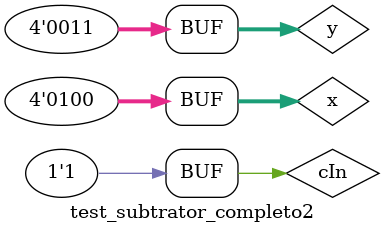
<source format=v>


  module meio_subtrator (output saida, output carryOut, input entrada1, input entrada2); 
      
		wire saida_not;
		
		not NOT1 (saida_not, entrada1);    
		
		xor XOR1 (saida, entrada1, entrada2);
      and AND1 (carryOut, saida_not, entrada2);
       
	 endmodule // meio_subtrator
	 
  module subtrator_completo (output saida, output carryOut, input entrada1, input entrada2, input carryIn); 

		wire [2:0]s; 

      meio_subtrator MS1 (s[0], s[1], entrada1, entrada2);
		meio_subtrator MS2 (saida, s[2], s[0], carryIn);
		
		or OR1 (carryOut, s[1], s[2]);	 
	     
	 endmodule // subtrator_completo 

  module subtrator_completo2 (output [3:0]saida, output carryOut, input [3:0]entrada1, input [3:0]entrada2, input carryIn); 

      wire [2:0]s;
		
		subtrator_completo SC1 (saida[0], s[0], entrada1[0], entrada2[0], carryIn);
		subtrator_completo SC2 (saida[1], s[1], entrada1[1], entrada2[1], s[0]);
		subtrator_completo SC3 (saida[2], s[2], entrada1[2], entrada2[2], s[1]);
		subtrator_completo SC4 (saida[3], carryOut, entrada1[3], entrada2[3], s[2]);

    endmodule // subtrator_completo2 

// ------------------------- 
// -- test subtrator completo
// -------------------------
    
	  module test_subtrator_completo2; 

// ------------------------- definir dados 
    
	 reg  [3:0] x;
	 reg  [3:0] y;
	 reg  cIn;
	 wire [3:0] s;
	 wire cOut;

// ------------------------- instancia 
	 
     subtrator_completo2 modulo (s, cOut, x, y, cIn);
	  
// ------------------------- parte principal 

    initial begin 
    $display("Exemplo0021 - Michelle da Costa Silva - 427448"); 
    $display("Test ALU's subtrator completo \n");
	 $display("x - y - carryIn = carryOut  saida \n");

     #1 x = 4'b0001; y = 4'b0010; cIn = 0;
	 $monitor("%4b - %4b - %b = %b %4b", x, y, cIn, cOut, s);
	  #1 x = 4'b0001; y = 4'b0010; cIn = 1;
		
	  #1 x = 4'b1010; y = 4'b1100; cIn = 0;
	  #1 x = 4'b1010; y = 4'b1100; cIn = 1;
		
     #1 x = 4'b1110; y = 4'b0110; cIn = 0;
	  #1 x = 4'b1110; y = 4'b0110; cIn = 1;
		 
     #1 x = 4'b0100; y = 4'b0011; cIn = 0;
	  #1 x = 4'b0100; y = 4'b0011; cIn = 1;
		
     end 
   endmodule // test_fullAdder2 
</source>
